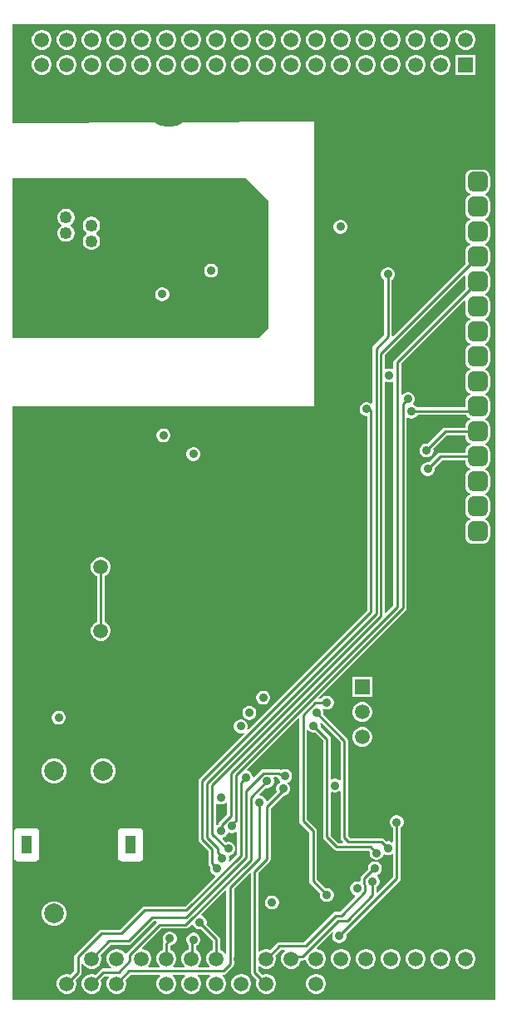
<source format=gtl>
G04*
G04 #@! TF.GenerationSoftware,Altium Limited,Altium Designer,22.4.2 (48)*
G04*
G04 Layer_Physical_Order=1*
G04 Layer_Color=255*
%FSLAX25Y25*%
%MOIN*%
G70*
G04*
G04 #@! TF.SameCoordinates,5D1A3173-D847-458D-9732-A4640AA2F51D*
G04*
G04*
G04 #@! TF.FilePolarity,Positive*
G04*
G01*
G75*
%ADD21C,0.00984*%
%ADD22C,0.01575*%
%ADD23C,0.02756*%
%ADD24C,0.07874*%
%ADD25C,0.17717*%
G04:AMPARAMS|DCode=26|XSize=78.74mil|YSize=78.74mil|CornerRadius=19.68mil|HoleSize=0mil|Usage=FLASHONLY|Rotation=270.000|XOffset=0mil|YOffset=0mil|HoleType=Round|Shape=RoundedRectangle|*
%AMROUNDEDRECTD26*
21,1,0.07874,0.03937,0,0,270.0*
21,1,0.03937,0.07874,0,0,270.0*
1,1,0.03937,-0.01968,-0.01968*
1,1,0.03937,-0.01968,0.01968*
1,1,0.03937,0.01968,0.01968*
1,1,0.03937,0.01968,-0.01968*
%
%ADD26ROUNDEDRECTD26*%
%ADD27C,0.19685*%
%ADD28C,0.05906*%
%ADD29R,0.05906X0.05906*%
%ADD30C,0.04921*%
%ADD31O,0.15354X0.05512*%
%ADD32R,0.05906X0.05906*%
%ADD33C,0.03543*%
G36*
X104248Y-72248D02*
Y-123248D01*
X100248Y-127248D01*
X1529D01*
Y-63248D01*
X95248D01*
X104248Y-72248D01*
D02*
G37*
G36*
X195321Y-392171D02*
X1529D01*
Y-154748D01*
X122748D01*
Y-40748D01*
X1884Y-41241D01*
X1529Y-40889D01*
Y-1529D01*
X195321D01*
Y-392171D01*
D02*
G37*
%LPC*%
G36*
X23538Y-75532D02*
X22627D01*
X21747Y-75767D01*
X20958Y-76223D01*
X20313Y-76867D01*
X19858Y-77656D01*
X19622Y-78536D01*
Y-79448D01*
X19858Y-80328D01*
X20313Y-81117D01*
X20958Y-81761D01*
X21184Y-81892D01*
Y-82392D01*
X20958Y-82522D01*
X20313Y-83166D01*
X19858Y-83956D01*
X19622Y-84836D01*
Y-85747D01*
X19858Y-86627D01*
X20313Y-87416D01*
X20958Y-88060D01*
X21747Y-88516D01*
X22627Y-88752D01*
X23538D01*
X24418Y-88516D01*
X25208Y-88060D01*
X25852Y-87416D01*
X26307Y-86627D01*
X26543Y-85747D01*
Y-84836D01*
X26307Y-83956D01*
X25852Y-83166D01*
X25208Y-82522D01*
X24982Y-82392D01*
Y-81892D01*
X25208Y-81761D01*
X25852Y-81117D01*
X26307Y-80328D01*
X26543Y-79448D01*
Y-78536D01*
X26307Y-77656D01*
X25852Y-76867D01*
X25208Y-76223D01*
X24418Y-75767D01*
X23538Y-75532D01*
D02*
G37*
G36*
X33775Y-78681D02*
X32863D01*
X31983Y-78917D01*
X31194Y-79373D01*
X30550Y-80017D01*
X30094Y-80806D01*
X29858Y-81686D01*
Y-82597D01*
X30094Y-83477D01*
X30550Y-84267D01*
X31194Y-84911D01*
X31420Y-85041D01*
Y-85541D01*
X31194Y-85672D01*
X30550Y-86316D01*
X30094Y-87105D01*
X29858Y-87985D01*
Y-88897D01*
X30094Y-89777D01*
X30550Y-90566D01*
X31194Y-91210D01*
X31983Y-91666D01*
X32863Y-91902D01*
X33775D01*
X34655Y-91666D01*
X35444Y-91210D01*
X36088Y-90566D01*
X36544Y-89777D01*
X36779Y-88897D01*
Y-87985D01*
X36544Y-87105D01*
X36088Y-86316D01*
X35444Y-85672D01*
X35218Y-85541D01*
Y-85041D01*
X35444Y-84911D01*
X36088Y-84267D01*
X36544Y-83477D01*
X36779Y-82597D01*
Y-81686D01*
X36544Y-80806D01*
X36088Y-80017D01*
X35444Y-79373D01*
X34655Y-78917D01*
X33775Y-78681D01*
D02*
G37*
G36*
X81758Y-97473D02*
X81028D01*
X80323Y-97662D01*
X79691Y-98027D01*
X79175Y-98543D01*
X78810Y-99175D01*
X78621Y-99880D01*
Y-100610D01*
X78810Y-101315D01*
X79175Y-101947D01*
X79691Y-102463D01*
X80323Y-102828D01*
X81028Y-103016D01*
X81758D01*
X82463Y-102828D01*
X83095Y-102463D01*
X83611Y-101947D01*
X83976Y-101315D01*
X84165Y-100610D01*
Y-99880D01*
X83976Y-99175D01*
X83611Y-98543D01*
X83095Y-98027D01*
X82463Y-97662D01*
X81758Y-97473D01*
D02*
G37*
G36*
X62113Y-106976D02*
X61383D01*
X60678Y-107165D01*
X60046Y-107530D01*
X59530Y-108046D01*
X59165Y-108678D01*
X58976Y-109383D01*
Y-110113D01*
X59165Y-110818D01*
X59530Y-111450D01*
X60046Y-111966D01*
X60678Y-112331D01*
X61383Y-112520D01*
X62113D01*
X62818Y-112331D01*
X63450Y-111966D01*
X63966Y-111450D01*
X64331Y-110818D01*
X64520Y-110113D01*
Y-109383D01*
X64331Y-108678D01*
X63966Y-108046D01*
X63450Y-107530D01*
X62818Y-107165D01*
X62113Y-106976D01*
D02*
G37*
G36*
X183946Y-3921D02*
X182905D01*
X181899Y-4191D01*
X180998Y-4711D01*
X180262Y-5447D01*
X179742Y-6348D01*
X179472Y-7354D01*
Y-8394D01*
X179742Y-9400D01*
X180262Y-10301D01*
X180998Y-11037D01*
X181899Y-11557D01*
X182905Y-11827D01*
X183946D01*
X184951Y-11557D01*
X185852Y-11037D01*
X186588Y-10301D01*
X187109Y-9400D01*
X187378Y-8394D01*
Y-7354D01*
X187109Y-6348D01*
X186588Y-5447D01*
X185852Y-4711D01*
X184951Y-4191D01*
X183946Y-3921D01*
D02*
G37*
G36*
X173946D02*
X172905D01*
X171899Y-4191D01*
X170998Y-4711D01*
X170262Y-5447D01*
X169742Y-6348D01*
X169473Y-7354D01*
Y-8394D01*
X169742Y-9400D01*
X170262Y-10301D01*
X170998Y-11037D01*
X171899Y-11557D01*
X172905Y-11827D01*
X173946D01*
X174951Y-11557D01*
X175852Y-11037D01*
X176588Y-10301D01*
X177109Y-9400D01*
X177378Y-8394D01*
Y-7354D01*
X177109Y-6348D01*
X176588Y-5447D01*
X175852Y-4711D01*
X174951Y-4191D01*
X173946Y-3921D01*
D02*
G37*
G36*
X163946D02*
X162905D01*
X161899Y-4191D01*
X160998Y-4711D01*
X160262Y-5447D01*
X159742Y-6348D01*
X159473Y-7354D01*
Y-8394D01*
X159742Y-9400D01*
X160262Y-10301D01*
X160998Y-11037D01*
X161899Y-11557D01*
X162905Y-11827D01*
X163946D01*
X164951Y-11557D01*
X165852Y-11037D01*
X166588Y-10301D01*
X167109Y-9400D01*
X167378Y-8394D01*
Y-7354D01*
X167109Y-6348D01*
X166588Y-5447D01*
X165852Y-4711D01*
X164951Y-4191D01*
X163946Y-3921D01*
D02*
G37*
G36*
X153946D02*
X152905D01*
X151900Y-4191D01*
X150998Y-4711D01*
X150262Y-5447D01*
X149742Y-6348D01*
X149472Y-7354D01*
Y-8394D01*
X149742Y-9400D01*
X150262Y-10301D01*
X150998Y-11037D01*
X151900Y-11557D01*
X152905Y-11827D01*
X153946D01*
X154951Y-11557D01*
X155852Y-11037D01*
X156588Y-10301D01*
X157109Y-9400D01*
X157378Y-8394D01*
Y-7354D01*
X157109Y-6348D01*
X156588Y-5447D01*
X155852Y-4711D01*
X154951Y-4191D01*
X153946Y-3921D01*
D02*
G37*
G36*
X143946D02*
X142905D01*
X141900Y-4191D01*
X140998Y-4711D01*
X140262Y-5447D01*
X139742Y-6348D01*
X139472Y-7354D01*
Y-8394D01*
X139742Y-9400D01*
X140262Y-10301D01*
X140998Y-11037D01*
X141900Y-11557D01*
X142905Y-11827D01*
X143946D01*
X144951Y-11557D01*
X145852Y-11037D01*
X146588Y-10301D01*
X147109Y-9400D01*
X147378Y-8394D01*
Y-7354D01*
X147109Y-6348D01*
X146588Y-5447D01*
X145852Y-4711D01*
X144951Y-4191D01*
X143946Y-3921D01*
D02*
G37*
G36*
X133946D02*
X132905D01*
X131899Y-4191D01*
X130998Y-4711D01*
X130262Y-5447D01*
X129742Y-6348D01*
X129472Y-7354D01*
Y-8394D01*
X129742Y-9400D01*
X130262Y-10301D01*
X130998Y-11037D01*
X131899Y-11557D01*
X132905Y-11827D01*
X133946D01*
X134951Y-11557D01*
X135852Y-11037D01*
X136588Y-10301D01*
X137109Y-9400D01*
X137378Y-8394D01*
Y-7354D01*
X137109Y-6348D01*
X136588Y-5447D01*
X135852Y-4711D01*
X134951Y-4191D01*
X133946Y-3921D01*
D02*
G37*
G36*
X123946D02*
X122905D01*
X121899Y-4191D01*
X120998Y-4711D01*
X120262Y-5447D01*
X119742Y-6348D01*
X119473Y-7354D01*
Y-8394D01*
X119742Y-9400D01*
X120262Y-10301D01*
X120998Y-11037D01*
X121899Y-11557D01*
X122905Y-11827D01*
X123946D01*
X124951Y-11557D01*
X125852Y-11037D01*
X126588Y-10301D01*
X127109Y-9400D01*
X127378Y-8394D01*
Y-7354D01*
X127109Y-6348D01*
X126588Y-5447D01*
X125852Y-4711D01*
X124951Y-4191D01*
X123946Y-3921D01*
D02*
G37*
G36*
X113946D02*
X112905D01*
X111899Y-4191D01*
X110998Y-4711D01*
X110262Y-5447D01*
X109742Y-6348D01*
X109473Y-7354D01*
Y-8394D01*
X109742Y-9400D01*
X110262Y-10301D01*
X110998Y-11037D01*
X111899Y-11557D01*
X112905Y-11827D01*
X113946D01*
X114951Y-11557D01*
X115852Y-11037D01*
X116588Y-10301D01*
X117109Y-9400D01*
X117378Y-8394D01*
Y-7354D01*
X117109Y-6348D01*
X116588Y-5447D01*
X115852Y-4711D01*
X114951Y-4191D01*
X113946Y-3921D01*
D02*
G37*
G36*
X103946D02*
X102905D01*
X101900Y-4191D01*
X100998Y-4711D01*
X100262Y-5447D01*
X99742Y-6348D01*
X99472Y-7354D01*
Y-8394D01*
X99742Y-9400D01*
X100262Y-10301D01*
X100998Y-11037D01*
X101900Y-11557D01*
X102905Y-11827D01*
X103946D01*
X104951Y-11557D01*
X105852Y-11037D01*
X106588Y-10301D01*
X107109Y-9400D01*
X107378Y-8394D01*
Y-7354D01*
X107109Y-6348D01*
X106588Y-5447D01*
X105852Y-4711D01*
X104951Y-4191D01*
X103946Y-3921D01*
D02*
G37*
G36*
X93946D02*
X92905D01*
X91900Y-4191D01*
X90998Y-4711D01*
X90262Y-5447D01*
X89742Y-6348D01*
X89473Y-7354D01*
Y-8394D01*
X89742Y-9400D01*
X90262Y-10301D01*
X90998Y-11037D01*
X91900Y-11557D01*
X92905Y-11827D01*
X93946D01*
X94951Y-11557D01*
X95852Y-11037D01*
X96588Y-10301D01*
X97109Y-9400D01*
X97378Y-8394D01*
Y-7354D01*
X97109Y-6348D01*
X96588Y-5447D01*
X95852Y-4711D01*
X94951Y-4191D01*
X93946Y-3921D01*
D02*
G37*
G36*
X83946D02*
X82905D01*
X81899Y-4191D01*
X80998Y-4711D01*
X80262Y-5447D01*
X79742Y-6348D01*
X79473Y-7354D01*
Y-8394D01*
X79742Y-9400D01*
X80262Y-10301D01*
X80998Y-11037D01*
X81899Y-11557D01*
X82905Y-11827D01*
X83946D01*
X84951Y-11557D01*
X85852Y-11037D01*
X86588Y-10301D01*
X87109Y-9400D01*
X87378Y-8394D01*
Y-7354D01*
X87109Y-6348D01*
X86588Y-5447D01*
X85852Y-4711D01*
X84951Y-4191D01*
X83946Y-3921D01*
D02*
G37*
G36*
X73946D02*
X72905D01*
X71899Y-4191D01*
X70998Y-4711D01*
X70262Y-5447D01*
X69742Y-6348D01*
X69472Y-7354D01*
Y-8394D01*
X69742Y-9400D01*
X70262Y-10301D01*
X70998Y-11037D01*
X71899Y-11557D01*
X72905Y-11827D01*
X73946D01*
X74951Y-11557D01*
X75852Y-11037D01*
X76588Y-10301D01*
X77109Y-9400D01*
X77378Y-8394D01*
Y-7354D01*
X77109Y-6348D01*
X76588Y-5447D01*
X75852Y-4711D01*
X74951Y-4191D01*
X73946Y-3921D01*
D02*
G37*
G36*
X63946D02*
X62905D01*
X61900Y-4191D01*
X60998Y-4711D01*
X60262Y-5447D01*
X59742Y-6348D01*
X59473Y-7354D01*
Y-8394D01*
X59742Y-9400D01*
X60262Y-10301D01*
X60998Y-11037D01*
X61900Y-11557D01*
X62905Y-11827D01*
X63946D01*
X64951Y-11557D01*
X65852Y-11037D01*
X66588Y-10301D01*
X67109Y-9400D01*
X67378Y-8394D01*
Y-7354D01*
X67109Y-6348D01*
X66588Y-5447D01*
X65852Y-4711D01*
X64951Y-4191D01*
X63946Y-3921D01*
D02*
G37*
G36*
X53946D02*
X52905D01*
X51899Y-4191D01*
X50998Y-4711D01*
X50262Y-5447D01*
X49742Y-6348D01*
X49472Y-7354D01*
Y-8394D01*
X49742Y-9400D01*
X50262Y-10301D01*
X50998Y-11037D01*
X51899Y-11557D01*
X52905Y-11827D01*
X53946D01*
X54951Y-11557D01*
X55852Y-11037D01*
X56588Y-10301D01*
X57109Y-9400D01*
X57378Y-8394D01*
Y-7354D01*
X57109Y-6348D01*
X56588Y-5447D01*
X55852Y-4711D01*
X54951Y-4191D01*
X53946Y-3921D01*
D02*
G37*
G36*
X43946D02*
X42905D01*
X41899Y-4191D01*
X40998Y-4711D01*
X40262Y-5447D01*
X39742Y-6348D01*
X39472Y-7354D01*
Y-8394D01*
X39742Y-9400D01*
X40262Y-10301D01*
X40998Y-11037D01*
X41899Y-11557D01*
X42905Y-11827D01*
X43946D01*
X44951Y-11557D01*
X45852Y-11037D01*
X46588Y-10301D01*
X47109Y-9400D01*
X47378Y-8394D01*
Y-7354D01*
X47109Y-6348D01*
X46588Y-5447D01*
X45852Y-4711D01*
X44951Y-4191D01*
X43946Y-3921D01*
D02*
G37*
G36*
X33946D02*
X32905D01*
X31899Y-4191D01*
X30998Y-4711D01*
X30262Y-5447D01*
X29742Y-6348D01*
X29472Y-7354D01*
Y-8394D01*
X29742Y-9400D01*
X30262Y-10301D01*
X30998Y-11037D01*
X31899Y-11557D01*
X32905Y-11827D01*
X33946D01*
X34951Y-11557D01*
X35852Y-11037D01*
X36588Y-10301D01*
X37109Y-9400D01*
X37378Y-8394D01*
Y-7354D01*
X37109Y-6348D01*
X36588Y-5447D01*
X35852Y-4711D01*
X34951Y-4191D01*
X33946Y-3921D01*
D02*
G37*
G36*
X23946D02*
X22905D01*
X21900Y-4191D01*
X20998Y-4711D01*
X20262Y-5447D01*
X19742Y-6348D01*
X19473Y-7354D01*
Y-8394D01*
X19742Y-9400D01*
X20262Y-10301D01*
X20998Y-11037D01*
X21900Y-11557D01*
X22905Y-11827D01*
X23946D01*
X24951Y-11557D01*
X25852Y-11037D01*
X26588Y-10301D01*
X27109Y-9400D01*
X27378Y-8394D01*
Y-7354D01*
X27109Y-6348D01*
X26588Y-5447D01*
X25852Y-4711D01*
X24951Y-4191D01*
X23946Y-3921D01*
D02*
G37*
G36*
X13946D02*
X12905D01*
X11900Y-4191D01*
X10998Y-4711D01*
X10262Y-5447D01*
X9742Y-6348D01*
X9472Y-7354D01*
Y-8394D01*
X9742Y-9400D01*
X10262Y-10301D01*
X10998Y-11037D01*
X11900Y-11557D01*
X12905Y-11827D01*
X13946D01*
X14951Y-11557D01*
X15852Y-11037D01*
X16588Y-10301D01*
X17109Y-9400D01*
X17378Y-8394D01*
Y-7354D01*
X17109Y-6348D01*
X16588Y-5447D01*
X15852Y-4711D01*
X14951Y-4191D01*
X13946Y-3921D01*
D02*
G37*
G36*
X187378Y-13921D02*
X179472D01*
Y-21827D01*
X187378D01*
Y-13921D01*
D02*
G37*
G36*
X173946D02*
X172905D01*
X171899Y-14191D01*
X170998Y-14711D01*
X170262Y-15447D01*
X169742Y-16348D01*
X169473Y-17354D01*
Y-18394D01*
X169742Y-19400D01*
X170262Y-20301D01*
X170998Y-21037D01*
X171899Y-21557D01*
X172905Y-21827D01*
X173946D01*
X174951Y-21557D01*
X175852Y-21037D01*
X176588Y-20301D01*
X177109Y-19400D01*
X177378Y-18394D01*
Y-17354D01*
X177109Y-16348D01*
X176588Y-15447D01*
X175852Y-14711D01*
X174951Y-14191D01*
X173946Y-13921D01*
D02*
G37*
G36*
X163946D02*
X162905D01*
X161899Y-14191D01*
X160998Y-14711D01*
X160262Y-15447D01*
X159742Y-16348D01*
X159473Y-17354D01*
Y-18394D01*
X159742Y-19400D01*
X160262Y-20301D01*
X160998Y-21037D01*
X161899Y-21557D01*
X162905Y-21827D01*
X163946D01*
X164951Y-21557D01*
X165852Y-21037D01*
X166588Y-20301D01*
X167109Y-19400D01*
X167378Y-18394D01*
Y-17354D01*
X167109Y-16348D01*
X166588Y-15447D01*
X165852Y-14711D01*
X164951Y-14191D01*
X163946Y-13921D01*
D02*
G37*
G36*
X153946D02*
X152905D01*
X151900Y-14191D01*
X150998Y-14711D01*
X150262Y-15447D01*
X149742Y-16348D01*
X149472Y-17354D01*
Y-18394D01*
X149742Y-19400D01*
X150262Y-20301D01*
X150998Y-21037D01*
X151900Y-21557D01*
X152905Y-21827D01*
X153946D01*
X154951Y-21557D01*
X155852Y-21037D01*
X156588Y-20301D01*
X157109Y-19400D01*
X157378Y-18394D01*
Y-17354D01*
X157109Y-16348D01*
X156588Y-15447D01*
X155852Y-14711D01*
X154951Y-14191D01*
X153946Y-13921D01*
D02*
G37*
G36*
X143946D02*
X142905D01*
X141900Y-14191D01*
X140998Y-14711D01*
X140262Y-15447D01*
X139742Y-16348D01*
X139472Y-17354D01*
Y-18394D01*
X139742Y-19400D01*
X140262Y-20301D01*
X140998Y-21037D01*
X141900Y-21557D01*
X142905Y-21827D01*
X143946D01*
X144951Y-21557D01*
X145852Y-21037D01*
X146588Y-20301D01*
X147109Y-19400D01*
X147378Y-18394D01*
Y-17354D01*
X147109Y-16348D01*
X146588Y-15447D01*
X145852Y-14711D01*
X144951Y-14191D01*
X143946Y-13921D01*
D02*
G37*
G36*
X133946D02*
X132905D01*
X131899Y-14191D01*
X130998Y-14711D01*
X130262Y-15447D01*
X129742Y-16348D01*
X129472Y-17354D01*
Y-18394D01*
X129742Y-19400D01*
X130262Y-20301D01*
X130998Y-21037D01*
X131899Y-21557D01*
X132905Y-21827D01*
X133946D01*
X134951Y-21557D01*
X135852Y-21037D01*
X136588Y-20301D01*
X137109Y-19400D01*
X137378Y-18394D01*
Y-17354D01*
X137109Y-16348D01*
X136588Y-15447D01*
X135852Y-14711D01*
X134951Y-14191D01*
X133946Y-13921D01*
D02*
G37*
G36*
X123946D02*
X122905D01*
X121899Y-14191D01*
X120998Y-14711D01*
X120262Y-15447D01*
X119742Y-16348D01*
X119473Y-17354D01*
Y-18394D01*
X119742Y-19400D01*
X120262Y-20301D01*
X120998Y-21037D01*
X121899Y-21557D01*
X122905Y-21827D01*
X123946D01*
X124951Y-21557D01*
X125852Y-21037D01*
X126588Y-20301D01*
X127109Y-19400D01*
X127378Y-18394D01*
Y-17354D01*
X127109Y-16348D01*
X126588Y-15447D01*
X125852Y-14711D01*
X124951Y-14191D01*
X123946Y-13921D01*
D02*
G37*
G36*
X113946D02*
X112905D01*
X111899Y-14191D01*
X110998Y-14711D01*
X110262Y-15447D01*
X109742Y-16348D01*
X109473Y-17354D01*
Y-18394D01*
X109742Y-19400D01*
X110262Y-20301D01*
X110998Y-21037D01*
X111899Y-21557D01*
X112905Y-21827D01*
X113946D01*
X114951Y-21557D01*
X115852Y-21037D01*
X116588Y-20301D01*
X117109Y-19400D01*
X117378Y-18394D01*
Y-17354D01*
X117109Y-16348D01*
X116588Y-15447D01*
X115852Y-14711D01*
X114951Y-14191D01*
X113946Y-13921D01*
D02*
G37*
G36*
X103946D02*
X102905D01*
X101900Y-14191D01*
X100998Y-14711D01*
X100262Y-15447D01*
X99742Y-16348D01*
X99472Y-17354D01*
Y-18394D01*
X99742Y-19400D01*
X100262Y-20301D01*
X100998Y-21037D01*
X101900Y-21557D01*
X102905Y-21827D01*
X103946D01*
X104951Y-21557D01*
X105852Y-21037D01*
X106588Y-20301D01*
X107109Y-19400D01*
X107378Y-18394D01*
Y-17354D01*
X107109Y-16348D01*
X106588Y-15447D01*
X105852Y-14711D01*
X104951Y-14191D01*
X103946Y-13921D01*
D02*
G37*
G36*
X93946D02*
X92905D01*
X91900Y-14191D01*
X90998Y-14711D01*
X90262Y-15447D01*
X89742Y-16348D01*
X89473Y-17354D01*
Y-18394D01*
X89742Y-19400D01*
X90262Y-20301D01*
X90998Y-21037D01*
X91900Y-21557D01*
X92905Y-21827D01*
X93946D01*
X94951Y-21557D01*
X95852Y-21037D01*
X96588Y-20301D01*
X97109Y-19400D01*
X97378Y-18394D01*
Y-17354D01*
X97109Y-16348D01*
X96588Y-15447D01*
X95852Y-14711D01*
X94951Y-14191D01*
X93946Y-13921D01*
D02*
G37*
G36*
X83946D02*
X82905D01*
X81899Y-14191D01*
X80998Y-14711D01*
X80262Y-15447D01*
X79742Y-16348D01*
X79473Y-17354D01*
Y-18394D01*
X79742Y-19400D01*
X80262Y-20301D01*
X80998Y-21037D01*
X81899Y-21557D01*
X82905Y-21827D01*
X83946D01*
X84951Y-21557D01*
X85852Y-21037D01*
X86588Y-20301D01*
X87109Y-19400D01*
X87378Y-18394D01*
Y-17354D01*
X87109Y-16348D01*
X86588Y-15447D01*
X85852Y-14711D01*
X84951Y-14191D01*
X83946Y-13921D01*
D02*
G37*
G36*
X73946D02*
X72905D01*
X71899Y-14191D01*
X70998Y-14711D01*
X70262Y-15447D01*
X69742Y-16348D01*
X69472Y-17354D01*
Y-18394D01*
X69742Y-19400D01*
X70262Y-20301D01*
X70998Y-21037D01*
X71899Y-21557D01*
X72905Y-21827D01*
X73946D01*
X74951Y-21557D01*
X75852Y-21037D01*
X76588Y-20301D01*
X77109Y-19400D01*
X77378Y-18394D01*
Y-17354D01*
X77109Y-16348D01*
X76588Y-15447D01*
X75852Y-14711D01*
X74951Y-14191D01*
X73946Y-13921D01*
D02*
G37*
G36*
X63946D02*
X62905D01*
X61900Y-14191D01*
X60998Y-14711D01*
X60262Y-15447D01*
X59742Y-16348D01*
X59473Y-17354D01*
Y-18394D01*
X59742Y-19400D01*
X60262Y-20301D01*
X60998Y-21037D01*
X61900Y-21557D01*
X62905Y-21827D01*
X63946D01*
X64951Y-21557D01*
X65852Y-21037D01*
X66588Y-20301D01*
X67109Y-19400D01*
X67378Y-18394D01*
Y-17354D01*
X67109Y-16348D01*
X66588Y-15447D01*
X65852Y-14711D01*
X64951Y-14191D01*
X63946Y-13921D01*
D02*
G37*
G36*
X53946D02*
X52905D01*
X51899Y-14191D01*
X50998Y-14711D01*
X50262Y-15447D01*
X49742Y-16348D01*
X49472Y-17354D01*
Y-18394D01*
X49742Y-19400D01*
X50262Y-20301D01*
X50998Y-21037D01*
X51899Y-21557D01*
X52905Y-21827D01*
X53946D01*
X54951Y-21557D01*
X55852Y-21037D01*
X56588Y-20301D01*
X57109Y-19400D01*
X57378Y-18394D01*
Y-17354D01*
X57109Y-16348D01*
X56588Y-15447D01*
X55852Y-14711D01*
X54951Y-14191D01*
X53946Y-13921D01*
D02*
G37*
G36*
X43946D02*
X42905D01*
X41899Y-14191D01*
X40998Y-14711D01*
X40262Y-15447D01*
X39742Y-16348D01*
X39472Y-17354D01*
Y-18394D01*
X39742Y-19400D01*
X40262Y-20301D01*
X40998Y-21037D01*
X41899Y-21557D01*
X42905Y-21827D01*
X43946D01*
X44951Y-21557D01*
X45852Y-21037D01*
X46588Y-20301D01*
X47109Y-19400D01*
X47378Y-18394D01*
Y-17354D01*
X47109Y-16348D01*
X46588Y-15447D01*
X45852Y-14711D01*
X44951Y-14191D01*
X43946Y-13921D01*
D02*
G37*
G36*
X33946D02*
X32905D01*
X31899Y-14191D01*
X30998Y-14711D01*
X30262Y-15447D01*
X29742Y-16348D01*
X29472Y-17354D01*
Y-18394D01*
X29742Y-19400D01*
X30262Y-20301D01*
X30998Y-21037D01*
X31899Y-21557D01*
X32905Y-21827D01*
X33946D01*
X34951Y-21557D01*
X35852Y-21037D01*
X36588Y-20301D01*
X37109Y-19400D01*
X37378Y-18394D01*
Y-17354D01*
X37109Y-16348D01*
X36588Y-15447D01*
X35852Y-14711D01*
X34951Y-14191D01*
X33946Y-13921D01*
D02*
G37*
G36*
X23946D02*
X22905D01*
X21900Y-14191D01*
X20998Y-14711D01*
X20262Y-15447D01*
X19742Y-16348D01*
X19473Y-17354D01*
Y-18394D01*
X19742Y-19400D01*
X20262Y-20301D01*
X20998Y-21037D01*
X21900Y-21557D01*
X22905Y-21827D01*
X23946D01*
X24951Y-21557D01*
X25852Y-21037D01*
X26588Y-20301D01*
X27109Y-19400D01*
X27378Y-18394D01*
Y-17354D01*
X27109Y-16348D01*
X26588Y-15447D01*
X25852Y-14711D01*
X24951Y-14191D01*
X23946Y-13921D01*
D02*
G37*
G36*
X13946D02*
X12905D01*
X11900Y-14191D01*
X10998Y-14711D01*
X10262Y-15447D01*
X9742Y-16348D01*
X9472Y-17354D01*
Y-18394D01*
X9742Y-19400D01*
X10262Y-20301D01*
X10998Y-21037D01*
X11900Y-21557D01*
X12905Y-21827D01*
X13946D01*
X14951Y-21557D01*
X15852Y-21037D01*
X16588Y-20301D01*
X17109Y-19400D01*
X17378Y-18394D01*
Y-17354D01*
X17109Y-16348D01*
X16588Y-15447D01*
X15852Y-14711D01*
X14951Y-14191D01*
X13946Y-13921D01*
D02*
G37*
G36*
X133613Y-79976D02*
X132883D01*
X132178Y-80165D01*
X131546Y-80530D01*
X131030Y-81046D01*
X130665Y-81678D01*
X130476Y-82383D01*
Y-83113D01*
X130665Y-83818D01*
X131030Y-84450D01*
X131546Y-84966D01*
X132178Y-85331D01*
X132883Y-85520D01*
X133613D01*
X134318Y-85331D01*
X134950Y-84966D01*
X135466Y-84450D01*
X135831Y-83818D01*
X136020Y-83113D01*
Y-82383D01*
X135831Y-81678D01*
X135466Y-81046D01*
X134950Y-80530D01*
X134318Y-80165D01*
X133613Y-79976D01*
D02*
G37*
G36*
X190217Y-59785D02*
X186279D01*
X185505Y-59887D01*
X184783Y-60186D01*
X184162Y-60662D01*
X183686Y-61282D01*
X183387Y-62005D01*
X183285Y-62779D01*
Y-66716D01*
X183387Y-67492D01*
X183686Y-68214D01*
X184162Y-68834D01*
X184783Y-69310D01*
X185188Y-69477D01*
Y-70019D01*
X184783Y-70187D01*
X184162Y-70662D01*
X183686Y-71283D01*
X183387Y-72005D01*
X183285Y-72780D01*
Y-76717D01*
X183387Y-77491D01*
X183686Y-78214D01*
X184162Y-78834D01*
X184783Y-79309D01*
X185188Y-79477D01*
Y-80019D01*
X184783Y-80186D01*
X184162Y-80662D01*
X183686Y-81283D01*
X183387Y-82005D01*
X183285Y-82780D01*
Y-86717D01*
X183387Y-87492D01*
X183686Y-88214D01*
X184162Y-88834D01*
X184783Y-89310D01*
X185188Y-89477D01*
Y-90019D01*
X184783Y-90187D01*
X184162Y-90662D01*
X183686Y-91282D01*
X183387Y-92005D01*
X183285Y-92779D01*
Y-96716D01*
X183383Y-97461D01*
X154269Y-126575D01*
X153769Y-126368D01*
Y-104070D01*
X153950Y-103966D01*
X154466Y-103450D01*
X154831Y-102818D01*
X155020Y-102113D01*
Y-101383D01*
X154831Y-100678D01*
X154466Y-100046D01*
X153950Y-99530D01*
X153318Y-99165D01*
X152613Y-98976D01*
X151883D01*
X151178Y-99165D01*
X150546Y-99530D01*
X150030Y-100046D01*
X149665Y-100678D01*
X149476Y-101383D01*
Y-102113D01*
X149665Y-102818D01*
X150030Y-103450D01*
X150546Y-103966D01*
X150727Y-104070D01*
Y-126118D01*
X146456Y-130389D01*
X146126Y-130882D01*
X146010Y-131465D01*
Y-153383D01*
X145510Y-153590D01*
X145450Y-153530D01*
X144818Y-153165D01*
X144113Y-152976D01*
X143383D01*
X142678Y-153165D01*
X142046Y-153530D01*
X141530Y-154046D01*
X141165Y-154678D01*
X140976Y-155383D01*
Y-156113D01*
X141165Y-156818D01*
X141530Y-157450D01*
X142046Y-157966D01*
X142678Y-158331D01*
X143383Y-158520D01*
X143862D01*
Y-236470D01*
X96264Y-284068D01*
X95831Y-283818D01*
X96020Y-283113D01*
Y-282383D01*
X95831Y-281678D01*
X95466Y-281046D01*
X94950Y-280530D01*
X94318Y-280165D01*
X93613Y-279976D01*
X92883D01*
X92178Y-280165D01*
X91546Y-280530D01*
X91030Y-281046D01*
X90665Y-281678D01*
X90476Y-282383D01*
Y-283113D01*
X90665Y-283818D01*
X91030Y-284450D01*
X91546Y-284966D01*
X92178Y-285331D01*
X92883Y-285520D01*
X93613D01*
X94318Y-285331D01*
X94568Y-285764D01*
X76735Y-303596D01*
X76406Y-304090D01*
X76290Y-304672D01*
Y-328095D01*
X76406Y-328677D01*
X76735Y-329171D01*
X80227Y-332662D01*
Y-337748D01*
X80343Y-338330D01*
X80672Y-338824D01*
X80903Y-339055D01*
X80849Y-339256D01*
Y-339986D01*
X81038Y-340691D01*
X81403Y-341323D01*
X81919Y-341839D01*
X82551Y-342203D01*
X82726Y-342250D01*
X82875Y-342808D01*
X70885Y-354798D01*
X54676D01*
X54094Y-354914D01*
X53601Y-355244D01*
X53601Y-355244D01*
X44701Y-364143D01*
X37324D01*
X37324Y-364143D01*
X36741Y-364259D01*
X36248Y-364589D01*
X26903Y-373934D01*
X26573Y-374427D01*
X26457Y-375009D01*
Y-380643D01*
X24955Y-382146D01*
X24951Y-382143D01*
X23946Y-381874D01*
X22905D01*
X21900Y-382143D01*
X20998Y-382664D01*
X20262Y-383400D01*
X19742Y-384301D01*
X19473Y-385306D01*
Y-386347D01*
X19742Y-387352D01*
X20262Y-388254D01*
X20998Y-388990D01*
X21900Y-389510D01*
X22905Y-389779D01*
X23946D01*
X24951Y-389510D01*
X25852Y-388990D01*
X26588Y-388254D01*
X27109Y-387352D01*
X27378Y-386347D01*
Y-385306D01*
X27109Y-384301D01*
X27106Y-384297D01*
X29054Y-382349D01*
X29384Y-381856D01*
X29500Y-381273D01*
Y-377934D01*
X30000Y-377800D01*
X30262Y-378254D01*
X30998Y-378990D01*
X31899Y-379510D01*
X32905Y-379780D01*
X33946D01*
X34951Y-379510D01*
X35852Y-378990D01*
X36588Y-378254D01*
X37109Y-377352D01*
X37378Y-376347D01*
Y-375306D01*
X37109Y-374301D01*
X37106Y-374297D01*
X41134Y-370269D01*
X48248D01*
X48830Y-370154D01*
X49324Y-369824D01*
X58378Y-360769D01*
X59378D01*
X59463Y-360889D01*
X59567Y-361269D01*
X47672Y-373164D01*
X47343Y-373658D01*
X47335Y-373694D01*
X46808Y-373781D01*
X46588Y-373400D01*
X45852Y-372664D01*
X44951Y-372143D01*
X43946Y-371874D01*
X42905D01*
X41899Y-372143D01*
X40998Y-372664D01*
X40262Y-373400D01*
X39742Y-374301D01*
X39472Y-375306D01*
Y-376347D01*
X39742Y-377352D01*
X40262Y-378254D01*
X40998Y-378990D01*
X41452Y-379252D01*
X41318Y-379752D01*
X37979D01*
X37396Y-379868D01*
X36903Y-380198D01*
X34955Y-382146D01*
X34951Y-382143D01*
X33946Y-381874D01*
X32905D01*
X31899Y-382143D01*
X30998Y-382664D01*
X30262Y-383400D01*
X29742Y-384301D01*
X29472Y-385306D01*
Y-386347D01*
X29742Y-387352D01*
X30262Y-388254D01*
X30998Y-388990D01*
X31899Y-389510D01*
X32905Y-389779D01*
X33946D01*
X34951Y-389510D01*
X35852Y-388990D01*
X36588Y-388254D01*
X37109Y-387352D01*
X37378Y-386347D01*
Y-385306D01*
X37109Y-384301D01*
X37106Y-384297D01*
X38609Y-382795D01*
X40214D01*
X40405Y-383257D01*
X40262Y-383400D01*
X39742Y-384301D01*
X39472Y-385306D01*
Y-386347D01*
X39742Y-387352D01*
X40262Y-388254D01*
X40998Y-388990D01*
X41899Y-389510D01*
X42905Y-389779D01*
X43946D01*
X44951Y-389510D01*
X45852Y-388990D01*
X46588Y-388254D01*
X47109Y-387352D01*
X47378Y-386347D01*
Y-385306D01*
X47109Y-384301D01*
X47106Y-384297D01*
X49134Y-382269D01*
X60743D01*
X60893Y-382769D01*
X60262Y-383400D01*
X59742Y-384301D01*
X59473Y-385306D01*
Y-386347D01*
X59742Y-387352D01*
X60262Y-388254D01*
X60998Y-388990D01*
X61900Y-389510D01*
X62905Y-389779D01*
X63946D01*
X64951Y-389510D01*
X65852Y-388990D01*
X66588Y-388254D01*
X67109Y-387352D01*
X67378Y-386347D01*
Y-385306D01*
X67109Y-384301D01*
X66588Y-383400D01*
X65958Y-382769D01*
X66107Y-382269D01*
X70743D01*
X70893Y-382769D01*
X70262Y-383400D01*
X69742Y-384301D01*
X69472Y-385306D01*
Y-386347D01*
X69742Y-387352D01*
X70262Y-388254D01*
X70998Y-388990D01*
X71899Y-389510D01*
X72905Y-389779D01*
X73946D01*
X74951Y-389510D01*
X75852Y-388990D01*
X76588Y-388254D01*
X77109Y-387352D01*
X77378Y-386347D01*
Y-385306D01*
X77109Y-384301D01*
X76588Y-383400D01*
X75958Y-382769D01*
X76107Y-382269D01*
X80743D01*
X80893Y-382769D01*
X80262Y-383400D01*
X79742Y-384301D01*
X79473Y-385306D01*
Y-386347D01*
X79742Y-387352D01*
X80262Y-388254D01*
X80998Y-388990D01*
X81899Y-389510D01*
X82905Y-389779D01*
X83946D01*
X84951Y-389510D01*
X85852Y-388990D01*
X86588Y-388254D01*
X87109Y-387352D01*
X87378Y-386347D01*
Y-385306D01*
X87109Y-384301D01*
X86588Y-383400D01*
X85958Y-382769D01*
X86107Y-382269D01*
X86248D01*
X86830Y-382154D01*
X87324Y-381824D01*
X90072Y-379076D01*
X90072Y-379076D01*
X90402Y-378582D01*
X90517Y-378000D01*
X90517Y-378000D01*
Y-347821D01*
X96765Y-341573D01*
X97227Y-341765D01*
Y-381150D01*
X97342Y-381732D01*
X97672Y-382225D01*
X99744Y-384297D01*
X99742Y-384301D01*
X99472Y-385306D01*
Y-386347D01*
X99742Y-387352D01*
X100262Y-388254D01*
X100998Y-388990D01*
X101900Y-389510D01*
X102905Y-389779D01*
X103946D01*
X104951Y-389510D01*
X105852Y-388990D01*
X106588Y-388254D01*
X107109Y-387352D01*
X107378Y-386347D01*
Y-385306D01*
X107109Y-384301D01*
X106588Y-383400D01*
X105852Y-382664D01*
X104951Y-382143D01*
X103946Y-381874D01*
X102905D01*
X101900Y-382143D01*
X101896Y-382146D01*
X100269Y-380519D01*
Y-378914D01*
X100731Y-378723D01*
X100998Y-378990D01*
X101900Y-379510D01*
X102905Y-379780D01*
X103946D01*
X104951Y-379510D01*
X105852Y-378990D01*
X106588Y-378254D01*
X107109Y-377352D01*
X107378Y-376347D01*
Y-375306D01*
X107179Y-374562D01*
X109472Y-372269D01*
X110743D01*
X110893Y-372769D01*
X110262Y-373400D01*
X109742Y-374301D01*
X109473Y-375306D01*
Y-376347D01*
X109742Y-377352D01*
X110262Y-378254D01*
X110998Y-378990D01*
X111899Y-379510D01*
X112905Y-379780D01*
X113946D01*
X114951Y-379510D01*
X115852Y-378990D01*
X116588Y-378254D01*
X117109Y-377352D01*
X117349Y-376457D01*
X117854D01*
X118437Y-376341D01*
X118930Y-376011D01*
X119010Y-375931D01*
X119473Y-376122D01*
Y-376347D01*
X119742Y-377352D01*
X120262Y-378254D01*
X120998Y-378990D01*
X121899Y-379510D01*
X122905Y-379780D01*
X123946D01*
X124951Y-379510D01*
X125852Y-378990D01*
X126588Y-378254D01*
X127109Y-377352D01*
X127378Y-376347D01*
Y-375306D01*
X127109Y-374301D01*
X126588Y-373400D01*
X125852Y-372664D01*
X124951Y-372143D01*
X123946Y-371874D01*
X123721D01*
X123529Y-371412D01*
X130032Y-364910D01*
X130432Y-365217D01*
X130165Y-365678D01*
X129976Y-366383D01*
Y-367113D01*
X130165Y-367818D01*
X130530Y-368450D01*
X131046Y-368966D01*
X131678Y-369331D01*
X132383Y-369520D01*
X133113D01*
X133818Y-369331D01*
X134450Y-368966D01*
X134966Y-368450D01*
X135331Y-367818D01*
X135520Y-367113D01*
Y-366383D01*
X135466Y-366182D01*
X156868Y-344779D01*
X156868Y-344779D01*
X157198Y-344286D01*
X157314Y-343704D01*
Y-323432D01*
X157494Y-323328D01*
X158010Y-322812D01*
X158375Y-322180D01*
X158564Y-321475D01*
Y-320745D01*
X158375Y-320040D01*
X158010Y-319408D01*
X157494Y-318892D01*
X156862Y-318528D01*
X156157Y-318339D01*
X155428D01*
X154723Y-318528D01*
X154091Y-318892D01*
X153575Y-319408D01*
X153210Y-320040D01*
X153021Y-320745D01*
Y-321475D01*
X153210Y-322180D01*
X153575Y-322812D01*
X154091Y-323328D01*
X154271Y-323432D01*
Y-329021D01*
X153771Y-329238D01*
X153290Y-328960D01*
X152585Y-328772D01*
X151856D01*
X151654Y-328826D01*
X150753Y-327924D01*
X150259Y-327594D01*
X149677Y-327479D01*
X137130D01*
X136269Y-326618D01*
Y-288441D01*
X136154Y-287859D01*
X135824Y-287365D01*
X126369Y-277911D01*
X126423Y-277709D01*
Y-276980D01*
X126234Y-276275D01*
X126128Y-276091D01*
X126494Y-275725D01*
X126678Y-275831D01*
X127383Y-276020D01*
X128113D01*
X128818Y-275831D01*
X129450Y-275466D01*
X129966Y-274950D01*
X130331Y-274318D01*
X130520Y-273613D01*
Y-272883D01*
X130331Y-272178D01*
X129966Y-271546D01*
X129450Y-271030D01*
X128818Y-270665D01*
X128113Y-270476D01*
X127383D01*
X126678Y-270665D01*
X126046Y-271030D01*
X125530Y-271546D01*
X125426Y-271727D01*
X124697D01*
X124506Y-271265D01*
X159324Y-236446D01*
X159654Y-235953D01*
X159769Y-235371D01*
Y-159364D01*
X160269Y-159095D01*
X160678Y-159331D01*
X161383Y-159520D01*
X162113D01*
X162818Y-159331D01*
X163450Y-158966D01*
X163966Y-158450D01*
X164221Y-158008D01*
X183601D01*
X183686Y-158214D01*
X184162Y-158834D01*
X184783Y-159309D01*
X185188Y-159477D01*
Y-160019D01*
X184783Y-160187D01*
X184162Y-160662D01*
X183686Y-161283D01*
X183387Y-162005D01*
X183285Y-162779D01*
Y-163227D01*
X175248D01*
X174666Y-163342D01*
X174172Y-163672D01*
X168314Y-169530D01*
X168113Y-169476D01*
X167383D01*
X166678Y-169665D01*
X166046Y-170030D01*
X165530Y-170546D01*
X165165Y-171178D01*
X164976Y-171883D01*
Y-172613D01*
X165165Y-173318D01*
X165530Y-173950D01*
X166046Y-174466D01*
X166678Y-174831D01*
X167383Y-175020D01*
X168113D01*
X168818Y-174831D01*
X169450Y-174466D01*
X169966Y-173950D01*
X170331Y-173318D01*
X170520Y-172613D01*
Y-171883D01*
X170466Y-171682D01*
X175878Y-166269D01*
X183285D01*
Y-166717D01*
X183387Y-167491D01*
X183686Y-168214D01*
X184162Y-168834D01*
X184783Y-169309D01*
X185188Y-169477D01*
Y-170019D01*
X184783Y-170186D01*
X184162Y-170662D01*
X183686Y-171282D01*
X183387Y-172005D01*
X183285Y-172780D01*
Y-173227D01*
X173248D01*
X173248Y-173227D01*
X172666Y-173343D01*
X172172Y-173672D01*
X168814Y-177030D01*
X168613Y-176976D01*
X167883D01*
X167178Y-177165D01*
X166546Y-177530D01*
X166030Y-178046D01*
X165665Y-178678D01*
X165476Y-179383D01*
Y-180113D01*
X165665Y-180818D01*
X166030Y-181450D01*
X166546Y-181966D01*
X167178Y-182331D01*
X167883Y-182520D01*
X168613D01*
X169318Y-182331D01*
X169950Y-181966D01*
X170466Y-181450D01*
X170831Y-180818D01*
X171020Y-180113D01*
Y-179383D01*
X170966Y-179182D01*
X173878Y-176269D01*
X183285D01*
Y-176716D01*
X183387Y-177491D01*
X183686Y-178214D01*
X184162Y-178834D01*
X184783Y-179309D01*
X185188Y-179477D01*
Y-180019D01*
X184783Y-180186D01*
X184162Y-180662D01*
X183686Y-181282D01*
X183387Y-182005D01*
X183285Y-182780D01*
Y-186716D01*
X183387Y-187492D01*
X183686Y-188214D01*
X184162Y-188834D01*
X184783Y-189310D01*
X185188Y-189477D01*
Y-190019D01*
X184783Y-190187D01*
X184162Y-190662D01*
X183686Y-191282D01*
X183387Y-192005D01*
X183285Y-192780D01*
Y-196716D01*
X183387Y-197492D01*
X183686Y-198214D01*
X184162Y-198834D01*
X184783Y-199310D01*
X185188Y-199477D01*
Y-200019D01*
X184783Y-200186D01*
X184162Y-200662D01*
X183686Y-201283D01*
X183387Y-202005D01*
X183285Y-202780D01*
Y-206716D01*
X183387Y-207491D01*
X183686Y-208214D01*
X184162Y-208834D01*
X184783Y-209310D01*
X185505Y-209609D01*
X186279Y-209711D01*
X190217D01*
X190991Y-209609D01*
X191714Y-209310D01*
X192334Y-208834D01*
X192809Y-208214D01*
X193109Y-207491D01*
X193211Y-206716D01*
Y-202780D01*
X193109Y-202005D01*
X192809Y-201283D01*
X192334Y-200662D01*
X191714Y-200186D01*
X191308Y-200019D01*
Y-199477D01*
X191714Y-199310D01*
X192334Y-198834D01*
X192809Y-198214D01*
X193109Y-197492D01*
X193211Y-196716D01*
Y-192780D01*
X193109Y-192005D01*
X192809Y-191282D01*
X192334Y-190662D01*
X191714Y-190187D01*
X191308Y-190019D01*
Y-189477D01*
X191714Y-189310D01*
X192334Y-188834D01*
X192809Y-188214D01*
X193109Y-187492D01*
X193211Y-186716D01*
Y-182780D01*
X193109Y-182005D01*
X192809Y-181282D01*
X192334Y-180662D01*
X191714Y-180186D01*
X191308Y-180019D01*
Y-179477D01*
X191714Y-179309D01*
X192334Y-178834D01*
X192809Y-178214D01*
X193109Y-177491D01*
X193211Y-176716D01*
Y-172780D01*
X193109Y-172005D01*
X192809Y-171282D01*
X192334Y-170662D01*
X191714Y-170186D01*
X191308Y-170019D01*
Y-169477D01*
X191714Y-169309D01*
X192334Y-168834D01*
X192809Y-168214D01*
X193109Y-167491D01*
X193211Y-166717D01*
Y-162779D01*
X193109Y-162005D01*
X192809Y-161283D01*
X192334Y-160662D01*
X191714Y-160187D01*
X191308Y-160019D01*
Y-159477D01*
X191714Y-159309D01*
X192334Y-158834D01*
X192809Y-158214D01*
X193109Y-157492D01*
X193211Y-156717D01*
Y-152779D01*
X193109Y-152005D01*
X192809Y-151283D01*
X192334Y-150662D01*
X191714Y-150187D01*
X191308Y-150019D01*
Y-149477D01*
X191714Y-149310D01*
X192334Y-148834D01*
X192809Y-148214D01*
X193109Y-147492D01*
X193211Y-146716D01*
Y-142780D01*
X193109Y-142005D01*
X192809Y-141282D01*
X192334Y-140662D01*
X191714Y-140187D01*
X191308Y-140019D01*
Y-139477D01*
X191714Y-139310D01*
X192334Y-138834D01*
X192809Y-138214D01*
X193109Y-137492D01*
X193211Y-136716D01*
Y-132780D01*
X193109Y-132005D01*
X192809Y-131282D01*
X192334Y-130662D01*
X191714Y-130186D01*
X191308Y-130019D01*
Y-129477D01*
X191714Y-129309D01*
X192334Y-128834D01*
X192809Y-128214D01*
X193109Y-127491D01*
X193211Y-126716D01*
Y-122780D01*
X193109Y-122005D01*
X192809Y-121282D01*
X192334Y-120662D01*
X191714Y-120186D01*
X191308Y-120019D01*
Y-119477D01*
X191714Y-119309D01*
X192334Y-118834D01*
X192809Y-118214D01*
X193109Y-117491D01*
X193211Y-116717D01*
Y-112779D01*
X193109Y-112005D01*
X192809Y-111283D01*
X192334Y-110662D01*
X191714Y-110187D01*
X191308Y-110019D01*
Y-109477D01*
X191714Y-109309D01*
X192334Y-108834D01*
X192809Y-108214D01*
X193109Y-107492D01*
X193211Y-106717D01*
Y-102779D01*
X193109Y-102005D01*
X192809Y-101283D01*
X192334Y-100662D01*
X191714Y-100187D01*
X191308Y-100019D01*
Y-99477D01*
X191714Y-99309D01*
X192334Y-98834D01*
X192809Y-98214D01*
X193109Y-97492D01*
X193211Y-96716D01*
Y-92779D01*
X193109Y-92005D01*
X192809Y-91282D01*
X192334Y-90662D01*
X191714Y-90187D01*
X191308Y-90019D01*
Y-89477D01*
X191714Y-89310D01*
X192334Y-88834D01*
X192809Y-88214D01*
X193109Y-87492D01*
X193211Y-86717D01*
Y-82780D01*
X193109Y-82005D01*
X192809Y-81283D01*
X192334Y-80662D01*
X191714Y-80186D01*
X191308Y-80019D01*
Y-79477D01*
X191714Y-79309D01*
X192334Y-78834D01*
X192809Y-78214D01*
X193109Y-77491D01*
X193211Y-76717D01*
Y-72780D01*
X193109Y-72005D01*
X192809Y-71283D01*
X192334Y-70662D01*
X191714Y-70187D01*
X191308Y-70019D01*
Y-69477D01*
X191714Y-69310D01*
X192334Y-68834D01*
X192809Y-68214D01*
X193109Y-67492D01*
X193211Y-66716D01*
Y-62779D01*
X193109Y-62005D01*
X192809Y-61282D01*
X192334Y-60662D01*
X191714Y-60186D01*
X190991Y-59887D01*
X190217Y-59785D01*
D02*
G37*
G36*
X62613Y-163476D02*
X61883D01*
X61178Y-163665D01*
X60546Y-164030D01*
X60030Y-164546D01*
X59665Y-165178D01*
X59476Y-165883D01*
Y-166613D01*
X59665Y-167318D01*
X60030Y-167950D01*
X60546Y-168466D01*
X61178Y-168831D01*
X61883Y-169020D01*
X62613D01*
X63318Y-168831D01*
X63950Y-168466D01*
X64466Y-167950D01*
X64831Y-167318D01*
X65020Y-166613D01*
Y-165883D01*
X64831Y-165178D01*
X64466Y-164546D01*
X63950Y-164030D01*
X63318Y-163665D01*
X62613Y-163476D01*
D02*
G37*
G36*
X74613Y-170976D02*
X73883D01*
X73178Y-171165D01*
X72546Y-171530D01*
X72030Y-172046D01*
X71665Y-172678D01*
X71476Y-173383D01*
Y-174113D01*
X71665Y-174818D01*
X72030Y-175450D01*
X72546Y-175966D01*
X73178Y-176331D01*
X73883Y-176520D01*
X74613D01*
X75318Y-176331D01*
X75950Y-175966D01*
X76466Y-175450D01*
X76831Y-174818D01*
X77020Y-174113D01*
Y-173383D01*
X76831Y-172678D01*
X76466Y-172046D01*
X75950Y-171530D01*
X75318Y-171165D01*
X74613Y-170976D01*
D02*
G37*
G36*
X37580Y-215000D02*
X36539D01*
X35533Y-215269D01*
X34632Y-215790D01*
X33896Y-216526D01*
X33376Y-217427D01*
X33106Y-218432D01*
Y-219473D01*
X33376Y-220479D01*
X33896Y-221380D01*
X34632Y-222116D01*
X35533Y-222636D01*
X35538Y-222637D01*
Y-240859D01*
X35533Y-240860D01*
X34632Y-241380D01*
X33896Y-242116D01*
X33376Y-243018D01*
X33106Y-244023D01*
Y-245064D01*
X33376Y-246069D01*
X33896Y-246970D01*
X34632Y-247706D01*
X35533Y-248227D01*
X36539Y-248496D01*
X37580D01*
X38585Y-248227D01*
X39486Y-247706D01*
X40222Y-246970D01*
X40742Y-246069D01*
X41012Y-245064D01*
Y-244023D01*
X40742Y-243018D01*
X40222Y-242116D01*
X39486Y-241380D01*
X38585Y-240860D01*
X38580Y-240859D01*
Y-222637D01*
X38585Y-222636D01*
X39486Y-222116D01*
X40222Y-221380D01*
X40742Y-220479D01*
X41012Y-219473D01*
Y-218432D01*
X40742Y-217427D01*
X40222Y-216526D01*
X39486Y-215790D01*
X38585Y-215269D01*
X37580Y-215000D01*
D02*
G37*
G36*
X145953Y-263047D02*
X138047D01*
Y-270953D01*
X145953D01*
Y-263047D01*
D02*
G37*
G36*
X102613Y-268476D02*
X101883D01*
X101178Y-268665D01*
X100546Y-269030D01*
X100030Y-269546D01*
X99665Y-270178D01*
X99476Y-270883D01*
Y-271613D01*
X99665Y-272318D01*
X100030Y-272950D01*
X100546Y-273466D01*
X101178Y-273831D01*
X101883Y-274020D01*
X102613D01*
X103318Y-273831D01*
X103950Y-273466D01*
X104466Y-272950D01*
X104831Y-272318D01*
X105020Y-271613D01*
Y-270883D01*
X104831Y-270178D01*
X104466Y-269546D01*
X103950Y-269030D01*
X103318Y-268665D01*
X102613Y-268476D01*
D02*
G37*
G36*
X97017Y-274573D02*
X96287D01*
X95582Y-274762D01*
X94950Y-275127D01*
X94434Y-275643D01*
X94069Y-276275D01*
X93880Y-276980D01*
Y-277709D01*
X94069Y-278414D01*
X94434Y-279046D01*
X94950Y-279562D01*
X95582Y-279927D01*
X96287Y-280116D01*
X97017D01*
X97721Y-279927D01*
X98353Y-279562D01*
X98869Y-279046D01*
X99234Y-278414D01*
X99423Y-277709D01*
Y-276980D01*
X99234Y-276275D01*
X98869Y-275643D01*
X98353Y-275127D01*
X97721Y-274762D01*
X97017Y-274573D01*
D02*
G37*
G36*
X142520Y-273047D02*
X141480D01*
X140474Y-273317D01*
X139573Y-273837D01*
X138837Y-274573D01*
X138317Y-275474D01*
X138047Y-276480D01*
Y-277520D01*
X138317Y-278526D01*
X138837Y-279427D01*
X139573Y-280163D01*
X140474Y-280683D01*
X141480Y-280953D01*
X142520D01*
X143526Y-280683D01*
X144427Y-280163D01*
X145163Y-279427D01*
X145683Y-278526D01*
X145953Y-277520D01*
Y-276480D01*
X145683Y-275474D01*
X145163Y-274573D01*
X144427Y-273837D01*
X143526Y-273317D01*
X142520Y-273047D01*
D02*
G37*
G36*
X20613Y-276476D02*
X19883D01*
X19178Y-276665D01*
X18546Y-277030D01*
X18030Y-277546D01*
X17665Y-278178D01*
X17476Y-278883D01*
Y-279613D01*
X17665Y-280318D01*
X18030Y-280950D01*
X18546Y-281466D01*
X19178Y-281831D01*
X19883Y-282020D01*
X20613D01*
X21318Y-281831D01*
X21950Y-281466D01*
X22466Y-280950D01*
X22831Y-280318D01*
X23020Y-279613D01*
Y-278883D01*
X22831Y-278178D01*
X22466Y-277546D01*
X21950Y-277030D01*
X21318Y-276665D01*
X20613Y-276476D01*
D02*
G37*
G36*
X142520Y-283047D02*
X141480D01*
X140474Y-283317D01*
X139573Y-283837D01*
X138837Y-284573D01*
X138317Y-285474D01*
X138047Y-286480D01*
Y-287520D01*
X138317Y-288526D01*
X138837Y-289427D01*
X139573Y-290163D01*
X140474Y-290683D01*
X141480Y-290953D01*
X142520D01*
X143526Y-290683D01*
X144427Y-290163D01*
X145163Y-289427D01*
X145683Y-288526D01*
X145953Y-287520D01*
Y-286480D01*
X145683Y-285474D01*
X145163Y-284573D01*
X144427Y-283837D01*
X143526Y-283317D01*
X142520Y-283047D01*
D02*
G37*
G36*
X38693Y-295709D02*
X37393D01*
X36138Y-296045D01*
X35012Y-296695D01*
X34093Y-297614D01*
X33443Y-298740D01*
X33106Y-299996D01*
Y-301296D01*
X33443Y-302551D01*
X34093Y-303677D01*
X35012Y-304596D01*
X36138Y-305246D01*
X37393Y-305583D01*
X38693D01*
X39949Y-305246D01*
X41075Y-304596D01*
X41994Y-303677D01*
X42644Y-302551D01*
X42980Y-301296D01*
Y-299996D01*
X42644Y-298740D01*
X41994Y-297614D01*
X41075Y-296695D01*
X39949Y-296045D01*
X38693Y-295709D01*
D02*
G37*
G36*
X19008D02*
X17708D01*
X16453Y-296045D01*
X15327Y-296695D01*
X14408Y-297614D01*
X13758Y-298740D01*
X13421Y-299996D01*
Y-301296D01*
X13758Y-302551D01*
X14408Y-303677D01*
X15327Y-304596D01*
X16453Y-305246D01*
X17708Y-305583D01*
X19008D01*
X20264Y-305246D01*
X21390Y-304596D01*
X22309Y-303677D01*
X22959Y-302551D01*
X23295Y-301296D01*
Y-299996D01*
X22959Y-298740D01*
X22309Y-297614D01*
X21390Y-296695D01*
X20264Y-296045D01*
X19008Y-295709D01*
D02*
G37*
G36*
X52610Y-323526D02*
X45524D01*
X44938Y-323642D01*
X44442Y-323974D01*
X44111Y-324470D01*
X43994Y-325055D01*
Y-335291D01*
X44111Y-335877D01*
X44442Y-336373D01*
X44938Y-336704D01*
X45524Y-336821D01*
X52610D01*
X53196Y-336704D01*
X53692Y-336373D01*
X54023Y-335877D01*
X54140Y-335291D01*
Y-325055D01*
X54023Y-324470D01*
X53692Y-323974D01*
X53196Y-323642D01*
X52610Y-323526D01*
D02*
G37*
G36*
X10878D02*
X3791D01*
X3206Y-323642D01*
X2710Y-323974D01*
X2378Y-324470D01*
X2262Y-325055D01*
Y-335291D01*
X2378Y-335877D01*
X2710Y-336373D01*
X3206Y-336704D01*
X3791Y-336821D01*
X10878D01*
X11463Y-336704D01*
X11959Y-336373D01*
X12291Y-335877D01*
X12407Y-335291D01*
Y-325055D01*
X12291Y-324470D01*
X11959Y-323974D01*
X11463Y-323642D01*
X10878Y-323526D01*
D02*
G37*
G36*
X19008Y-352795D02*
X17708D01*
X16453Y-353132D01*
X15327Y-353782D01*
X14408Y-354701D01*
X13758Y-355827D01*
X13421Y-357082D01*
Y-358382D01*
X13758Y-359638D01*
X14408Y-360764D01*
X15327Y-361683D01*
X16453Y-362333D01*
X17708Y-362669D01*
X19008D01*
X20264Y-362333D01*
X21390Y-361683D01*
X22309Y-360764D01*
X22959Y-359638D01*
X23295Y-358382D01*
Y-357082D01*
X22959Y-355827D01*
X22309Y-354701D01*
X21390Y-353782D01*
X20264Y-353132D01*
X19008Y-352795D01*
D02*
G37*
G36*
X183946Y-371874D02*
X182905D01*
X181899Y-372143D01*
X180998Y-372664D01*
X180262Y-373400D01*
X179742Y-374301D01*
X179472Y-375306D01*
Y-376347D01*
X179742Y-377352D01*
X180262Y-378254D01*
X180998Y-378990D01*
X181899Y-379510D01*
X182905Y-379780D01*
X183946D01*
X184951Y-379510D01*
X185852Y-378990D01*
X186588Y-378254D01*
X187109Y-377352D01*
X187378Y-376347D01*
Y-375306D01*
X187109Y-374301D01*
X186588Y-373400D01*
X185852Y-372664D01*
X184951Y-372143D01*
X183946Y-371874D01*
D02*
G37*
G36*
X173946D02*
X172905D01*
X171899Y-372143D01*
X170998Y-372664D01*
X170262Y-373400D01*
X169742Y-374301D01*
X169473Y-375306D01*
Y-376347D01*
X169742Y-377352D01*
X170262Y-378254D01*
X170998Y-378990D01*
X171899Y-379510D01*
X172905Y-379780D01*
X173946D01*
X174951Y-379510D01*
X175852Y-378990D01*
X176588Y-378254D01*
X177109Y-377352D01*
X177378Y-376347D01*
Y-375306D01*
X177109Y-374301D01*
X176588Y-373400D01*
X175852Y-372664D01*
X174951Y-372143D01*
X173946Y-371874D01*
D02*
G37*
G36*
X163946D02*
X162905D01*
X161899Y-372143D01*
X160998Y-372664D01*
X160262Y-373400D01*
X159742Y-374301D01*
X159473Y-375306D01*
Y-376347D01*
X159742Y-377352D01*
X160262Y-378254D01*
X160998Y-378990D01*
X161899Y-379510D01*
X162905Y-379780D01*
X163946D01*
X164951Y-379510D01*
X165852Y-378990D01*
X166588Y-378254D01*
X167109Y-377352D01*
X167378Y-376347D01*
Y-375306D01*
X167109Y-374301D01*
X166588Y-373400D01*
X165852Y-372664D01*
X164951Y-372143D01*
X163946Y-371874D01*
D02*
G37*
G36*
X153946D02*
X152905D01*
X151900Y-372143D01*
X150998Y-372664D01*
X150262Y-373400D01*
X149742Y-374301D01*
X149472Y-375306D01*
Y-376347D01*
X149742Y-377352D01*
X150262Y-378254D01*
X150998Y-378990D01*
X151900Y-379510D01*
X152905Y-379780D01*
X153946D01*
X154951Y-379510D01*
X155852Y-378990D01*
X156588Y-378254D01*
X157109Y-377352D01*
X157378Y-376347D01*
Y-375306D01*
X157109Y-374301D01*
X156588Y-373400D01*
X155852Y-372664D01*
X154951Y-372143D01*
X153946Y-371874D01*
D02*
G37*
G36*
X143946D02*
X142905D01*
X141900Y-372143D01*
X140998Y-372664D01*
X140262Y-373400D01*
X139742Y-374301D01*
X139472Y-375306D01*
Y-376347D01*
X139742Y-377352D01*
X140262Y-378254D01*
X140998Y-378990D01*
X141900Y-379510D01*
X142905Y-379780D01*
X143946D01*
X144951Y-379510D01*
X145852Y-378990D01*
X146588Y-378254D01*
X147109Y-377352D01*
X147378Y-376347D01*
Y-375306D01*
X147109Y-374301D01*
X146588Y-373400D01*
X145852Y-372664D01*
X144951Y-372143D01*
X143946Y-371874D01*
D02*
G37*
G36*
X133946D02*
X132905D01*
X131899Y-372143D01*
X130998Y-372664D01*
X130262Y-373400D01*
X129742Y-374301D01*
X129472Y-375306D01*
Y-376347D01*
X129742Y-377352D01*
X130262Y-378254D01*
X130998Y-378990D01*
X131899Y-379510D01*
X132905Y-379780D01*
X133946D01*
X134951Y-379510D01*
X135852Y-378990D01*
X136588Y-378254D01*
X137109Y-377352D01*
X137378Y-376347D01*
Y-375306D01*
X137109Y-374301D01*
X136588Y-373400D01*
X135852Y-372664D01*
X134951Y-372143D01*
X133946Y-371874D01*
D02*
G37*
G36*
X123946Y-381874D02*
X122905D01*
X121899Y-382143D01*
X120998Y-382664D01*
X120262Y-383400D01*
X119742Y-384301D01*
X119473Y-385306D01*
Y-386347D01*
X119742Y-387352D01*
X120262Y-388254D01*
X120998Y-388990D01*
X121899Y-389510D01*
X122905Y-389779D01*
X123946D01*
X124951Y-389510D01*
X125852Y-388990D01*
X126588Y-388254D01*
X127109Y-387352D01*
X127378Y-386347D01*
Y-385306D01*
X127109Y-384301D01*
X126588Y-383400D01*
X125852Y-382664D01*
X124951Y-382143D01*
X123946Y-381874D01*
D02*
G37*
G36*
X93946D02*
X92905D01*
X91900Y-382143D01*
X90998Y-382664D01*
X90262Y-383400D01*
X89742Y-384301D01*
X89473Y-385306D01*
Y-386347D01*
X89742Y-387352D01*
X90262Y-388254D01*
X90998Y-388990D01*
X91900Y-389510D01*
X92905Y-389779D01*
X93946D01*
X94951Y-389510D01*
X95852Y-388990D01*
X96588Y-388254D01*
X97109Y-387352D01*
X97378Y-386347D01*
Y-385306D01*
X97109Y-384301D01*
X96588Y-383400D01*
X95852Y-382664D01*
X94951Y-382143D01*
X93946Y-381874D01*
D02*
G37*
%LPD*%
G36*
X183317Y-102537D02*
X183285Y-102779D01*
Y-106717D01*
X183383Y-107461D01*
X154920Y-135924D01*
X154590Y-136418D01*
X154475Y-137000D01*
Y-139467D01*
X153975Y-139756D01*
X153818Y-139665D01*
X153113Y-139476D01*
X152383D01*
X151678Y-139665D01*
X151521Y-139756D01*
X151021Y-139467D01*
Y-134126D01*
X182844Y-102304D01*
X183317Y-102537D01*
D02*
G37*
G36*
Y-112537D02*
X183285Y-112779D01*
Y-116717D01*
X183387Y-117491D01*
X183686Y-118214D01*
X184162Y-118834D01*
X184783Y-119309D01*
X185188Y-119477D01*
Y-120019D01*
X184783Y-120186D01*
X184162Y-120662D01*
X183686Y-121282D01*
X183387Y-122005D01*
X183285Y-122780D01*
Y-126716D01*
X183387Y-127491D01*
X183686Y-128214D01*
X184162Y-128834D01*
X184783Y-129309D01*
X185188Y-129477D01*
Y-130019D01*
X184783Y-130186D01*
X184162Y-130662D01*
X183686Y-131282D01*
X183387Y-132005D01*
X183285Y-132780D01*
Y-136716D01*
X183387Y-137492D01*
X183686Y-138214D01*
X184162Y-138834D01*
X184783Y-139310D01*
X185188Y-139477D01*
Y-140019D01*
X184783Y-140187D01*
X184162Y-140662D01*
X183686Y-141282D01*
X183387Y-142005D01*
X183285Y-142780D01*
Y-146716D01*
X183387Y-147492D01*
X183686Y-148214D01*
X184162Y-148834D01*
X184783Y-149310D01*
X185188Y-149477D01*
Y-150019D01*
X184783Y-150187D01*
X184162Y-150662D01*
X183686Y-151283D01*
X183387Y-152005D01*
X183285Y-152779D01*
Y-154965D01*
X163885D01*
X163450Y-154530D01*
X162818Y-154165D01*
X162534Y-154089D01*
X162384Y-153531D01*
X162466Y-153450D01*
X162831Y-152818D01*
X163020Y-152113D01*
Y-151383D01*
X162831Y-150678D01*
X162466Y-150046D01*
X161950Y-149530D01*
X161318Y-149165D01*
X160613Y-148976D01*
X159883D01*
X159178Y-149165D01*
X158546Y-149530D01*
X158030Y-150046D01*
X158017Y-150068D01*
X157517Y-149934D01*
Y-137630D01*
X182844Y-112304D01*
X183317Y-112537D01*
D02*
G37*
G36*
X151678Y-144831D02*
X152383Y-145020D01*
X153113D01*
X153818Y-144831D01*
X153975Y-144740D01*
X154475Y-145029D01*
Y-234209D01*
X151483Y-237200D01*
X151021Y-237009D01*
Y-145029D01*
X151521Y-144740D01*
X151678Y-144831D01*
D02*
G37*
G36*
X133227Y-289071D02*
Y-304040D01*
X132990Y-304138D01*
X132727Y-304206D01*
X132125Y-303858D01*
X131420Y-303669D01*
X130690D01*
X129985Y-303858D01*
X129828Y-303949D01*
X129328Y-303660D01*
Y-287807D01*
X129213Y-287225D01*
X128883Y-286731D01*
X128883Y-286731D01*
X125216Y-283064D01*
X125270Y-282863D01*
Y-282133D01*
X125155Y-281707D01*
X125604Y-281448D01*
X133227Y-289071D01*
D02*
G37*
G36*
X107829Y-303173D02*
X107829Y-303173D01*
X108322Y-303502D01*
X108412Y-303520D01*
X108449Y-303656D01*
X108814Y-304288D01*
X109170Y-304645D01*
X109172Y-304876D01*
X109105Y-305164D01*
X109068Y-305223D01*
X108542Y-305526D01*
X108026Y-306042D01*
X107661Y-306674D01*
X107472Y-307379D01*
Y-308109D01*
X107655Y-308790D01*
X103856Y-312589D01*
X103298Y-312440D01*
X103225Y-312165D01*
X102860Y-311533D01*
X102344Y-311017D01*
X101711Y-310652D01*
X101007Y-310464D01*
X100891D01*
X100684Y-309963D01*
X103182Y-307466D01*
X103383Y-307520D01*
X104113D01*
X104818Y-307331D01*
X105450Y-306966D01*
X105966Y-306450D01*
X106331Y-305818D01*
X106520Y-305113D01*
Y-304383D01*
X106331Y-303678D01*
X106240Y-303521D01*
X106529Y-303021D01*
X107677D01*
X107829Y-303173D01*
D02*
G37*
G36*
X132990Y-308744D02*
X133227Y-308842D01*
Y-327248D01*
X133343Y-327830D01*
X133672Y-328324D01*
X134334Y-328985D01*
X134142Y-329447D01*
X132335D01*
X129328Y-326441D01*
Y-309222D01*
X129828Y-308933D01*
X129985Y-309024D01*
X130690Y-309213D01*
X131420D01*
X132125Y-309024D01*
X132727Y-308676D01*
X132990Y-308744D01*
D02*
G37*
G36*
X87790Y-313333D02*
Y-317962D01*
X84662Y-321089D01*
X84332Y-321583D01*
X84218Y-322154D01*
X84178Y-322165D01*
X83769Y-322401D01*
X83269Y-322132D01*
Y-313864D01*
X83769Y-313595D01*
X84178Y-313831D01*
X84883Y-314020D01*
X85613D01*
X86318Y-313831D01*
X86950Y-313466D01*
X87290Y-313126D01*
X87790Y-313333D01*
D02*
G37*
G36*
X91727Y-325364D02*
Y-333957D01*
X88876Y-336807D01*
X88428Y-336549D01*
X88570Y-336016D01*
Y-335286D01*
X88499Y-335020D01*
X88613Y-334520D01*
X89318Y-334331D01*
X89950Y-333966D01*
X90466Y-333450D01*
X90831Y-332818D01*
X91020Y-332113D01*
Y-331383D01*
X90831Y-330678D01*
X90466Y-330046D01*
X89950Y-329530D01*
X89318Y-329165D01*
X88613Y-328976D01*
X87883D01*
X87214Y-329156D01*
X85993Y-327935D01*
X86143Y-327378D01*
X86318Y-327331D01*
X86950Y-326966D01*
X87466Y-326450D01*
X87831Y-325818D01*
X87923Y-325472D01*
X88501Y-325228D01*
X88678Y-325331D01*
X89383Y-325520D01*
X90113D01*
X90818Y-325331D01*
X91227Y-325095D01*
X91727Y-325364D01*
D02*
G37*
G36*
X116727Y-279697D02*
Y-320748D01*
X116842Y-321330D01*
X117172Y-321824D01*
X120727Y-325378D01*
Y-344748D01*
X120843Y-345330D01*
X121172Y-345824D01*
X125030Y-349682D01*
X124976Y-349883D01*
Y-350613D01*
X125165Y-351318D01*
X125530Y-351950D01*
X126046Y-352466D01*
X126678Y-352831D01*
X127383Y-353020D01*
X128113D01*
X128818Y-352831D01*
X129450Y-352466D01*
X129966Y-351950D01*
X130331Y-351318D01*
X130520Y-350613D01*
Y-349883D01*
X130331Y-349178D01*
X129966Y-348546D01*
X129450Y-348030D01*
X128818Y-347665D01*
X128113Y-347476D01*
X127383D01*
X127182Y-347530D01*
X123769Y-344118D01*
Y-324748D01*
X123654Y-324166D01*
X123324Y-323672D01*
X123324Y-323672D01*
X119769Y-320118D01*
Y-284315D01*
X120269Y-284181D01*
X120280Y-284200D01*
X120796Y-284716D01*
X121428Y-285081D01*
X122133Y-285270D01*
X122863D01*
X123064Y-285216D01*
X126286Y-288437D01*
Y-327071D01*
X126401Y-327653D01*
X126731Y-328147D01*
X130629Y-332044D01*
X131123Y-332374D01*
X131705Y-332490D01*
X144574D01*
X145030Y-332946D01*
X144976Y-333147D01*
Y-333877D01*
X145165Y-334582D01*
X145530Y-335214D01*
X146046Y-335730D01*
X146678Y-336095D01*
X147383Y-336283D01*
X148113D01*
X148818Y-336095D01*
X149450Y-335730D01*
X149966Y-335214D01*
X150331Y-334582D01*
X150412Y-334277D01*
X150995Y-334036D01*
X151151Y-334126D01*
X151856Y-334315D01*
X152585D01*
X153290Y-334126D01*
X153771Y-333848D01*
X154271Y-334065D01*
Y-343074D01*
X148073Y-349271D01*
X147612Y-349080D01*
Y-347191D01*
X147792Y-347087D01*
X148308Y-346571D01*
X148673Y-345939D01*
X148862Y-345234D01*
Y-344504D01*
X148673Y-343799D01*
X148308Y-343167D01*
X147889Y-342748D01*
X147931Y-342361D01*
X148008Y-342198D01*
X148122Y-342168D01*
X148754Y-341803D01*
X149270Y-341287D01*
X149635Y-340655D01*
X149824Y-339950D01*
Y-339220D01*
X149635Y-338515D01*
X149270Y-337883D01*
X148754Y-337367D01*
X148122Y-337002D01*
X147417Y-336814D01*
X146687D01*
X145982Y-337002D01*
X145350Y-337367D01*
X144834Y-337883D01*
X144469Y-338515D01*
X144280Y-339220D01*
Y-339934D01*
X141767Y-342448D01*
X141437Y-342942D01*
X141321Y-343524D01*
Y-344725D01*
X140821Y-344991D01*
X140251Y-344839D01*
X139521D01*
X138816Y-345027D01*
X138184Y-345392D01*
X137668Y-345908D01*
X137303Y-346540D01*
X137114Y-347245D01*
Y-347975D01*
X137303Y-348680D01*
X137668Y-349312D01*
X138184Y-349828D01*
X138816Y-350193D01*
X138991Y-350240D01*
X139140Y-350798D01*
X132956Y-356982D01*
X131503D01*
X130921Y-357097D01*
X130427Y-357427D01*
X118628Y-369227D01*
X108841D01*
X108259Y-369342D01*
X107766Y-369672D01*
X107766Y-369672D01*
X105169Y-372269D01*
X104951Y-372143D01*
X103946Y-371874D01*
X102905D01*
X101900Y-372143D01*
X100998Y-372664D01*
X100731Y-372931D01*
X100269Y-372739D01*
Y-341626D01*
X104824Y-337072D01*
X105154Y-336578D01*
X105269Y-335996D01*
X105269Y-335996D01*
Y-315478D01*
X110232Y-310516D01*
X110609D01*
X111314Y-310327D01*
X111946Y-309962D01*
X112462Y-309446D01*
X112827Y-308814D01*
X113016Y-308109D01*
Y-307379D01*
X112827Y-306674D01*
X112462Y-306042D01*
X112106Y-305686D01*
X112104Y-305455D01*
X112171Y-305167D01*
X112207Y-305108D01*
X112733Y-304804D01*
X113249Y-304288D01*
X113614Y-303656D01*
X113803Y-302952D01*
Y-302222D01*
X113614Y-301517D01*
X113249Y-300885D01*
X112733Y-300369D01*
X112101Y-300004D01*
X111396Y-299815D01*
X110667D01*
X109962Y-300004D01*
X109330Y-300369D01*
X109318Y-300380D01*
X108890Y-300095D01*
X108308Y-299979D01*
X102403D01*
X101821Y-300095D01*
X101327Y-300424D01*
X98520Y-303232D01*
X98020Y-303024D01*
Y-302883D01*
X97831Y-302178D01*
X97466Y-301546D01*
X96950Y-301030D01*
X96318Y-300665D01*
X95919Y-300558D01*
X95770Y-300001D01*
X116265Y-279506D01*
X116727Y-279697D01*
D02*
G37*
G36*
X87475Y-348733D02*
Y-373935D01*
X86975Y-374069D01*
X86588Y-373400D01*
X85852Y-372664D01*
X84951Y-372143D01*
X84947Y-372142D01*
Y-367925D01*
X84831Y-367343D01*
X84501Y-366849D01*
X84501Y-366849D01*
X79466Y-361814D01*
X79520Y-361613D01*
Y-360883D01*
X79331Y-360178D01*
X78966Y-359546D01*
X78450Y-359030D01*
X77818Y-358665D01*
X77643Y-358618D01*
X77494Y-358061D01*
X87013Y-348541D01*
X87475Y-348733D01*
D02*
G37*
G36*
X74118Y-362143D02*
X74165Y-362318D01*
X74530Y-362950D01*
X75046Y-363466D01*
X75678Y-363831D01*
X76383Y-364020D01*
X77113D01*
X77314Y-363966D01*
X81904Y-368555D01*
Y-372142D01*
X81899Y-372143D01*
X80998Y-372664D01*
X80262Y-373400D01*
X79742Y-374301D01*
X79473Y-375306D01*
Y-376347D01*
X79742Y-377352D01*
X80262Y-378254D01*
X80735Y-378727D01*
X80528Y-379227D01*
X76322D01*
X76115Y-378727D01*
X76588Y-378254D01*
X77109Y-377352D01*
X77378Y-376347D01*
Y-375306D01*
X77109Y-374301D01*
X76588Y-373400D01*
X75852Y-372664D01*
X75358Y-372378D01*
Y-370709D01*
X75950Y-370368D01*
X76466Y-369851D01*
X76831Y-369219D01*
X77020Y-368514D01*
Y-367785D01*
X76831Y-367080D01*
X76466Y-366448D01*
X75950Y-365932D01*
X75318Y-365567D01*
X74613Y-365378D01*
X73883D01*
X73178Y-365567D01*
X72546Y-365932D01*
X72030Y-366448D01*
X71665Y-367080D01*
X71476Y-367785D01*
Y-368514D01*
X71665Y-369219D01*
X72030Y-369851D01*
X72315Y-370137D01*
Y-372032D01*
X71899Y-372143D01*
X70998Y-372664D01*
X70262Y-373400D01*
X69742Y-374301D01*
X69472Y-375306D01*
Y-376347D01*
X69742Y-377352D01*
X70262Y-378254D01*
X70735Y-378727D01*
X70528Y-379227D01*
X66322D01*
X66115Y-378727D01*
X66588Y-378254D01*
X67109Y-377352D01*
X67378Y-376347D01*
Y-375306D01*
X67109Y-374301D01*
X66588Y-373400D01*
X65852Y-372664D01*
X64951Y-372143D01*
X64947Y-372142D01*
Y-370520D01*
X65113D01*
X65818Y-370331D01*
X66450Y-369966D01*
X66966Y-369450D01*
X67331Y-368818D01*
X67520Y-368113D01*
Y-367383D01*
X67331Y-366678D01*
X66966Y-366046D01*
X66450Y-365530D01*
X65818Y-365165D01*
X65113Y-364976D01*
X64383D01*
X63678Y-365165D01*
X63046Y-365530D01*
X62530Y-366046D01*
X62165Y-366678D01*
X61976Y-367383D01*
Y-368113D01*
X62165Y-368818D01*
X62210Y-368896D01*
X62020Y-369181D01*
X61904Y-369763D01*
Y-372142D01*
X61900Y-372143D01*
X60998Y-372664D01*
X60262Y-373400D01*
X59742Y-374301D01*
X59473Y-375306D01*
Y-376347D01*
X59742Y-377352D01*
X60262Y-378254D01*
X60735Y-378727D01*
X60528Y-379227D01*
X56322D01*
X56115Y-378727D01*
X56588Y-378254D01*
X57109Y-377352D01*
X57378Y-376347D01*
Y-375306D01*
X57109Y-374301D01*
X56588Y-373400D01*
X55852Y-372664D01*
X54951Y-372143D01*
X53967Y-371880D01*
X53825Y-371646D01*
X53728Y-371412D01*
X61370Y-363769D01*
X71155D01*
X71737Y-363654D01*
X72230Y-363324D01*
X73561Y-361994D01*
X74118Y-362143D01*
D02*
G37*
%LPC*%
G36*
X106113Y-350476D02*
X105383D01*
X104678Y-350665D01*
X104046Y-351030D01*
X103530Y-351546D01*
X103165Y-352178D01*
X102976Y-352883D01*
Y-353613D01*
X103165Y-354318D01*
X103530Y-354950D01*
X104046Y-355466D01*
X104678Y-355831D01*
X105383Y-356020D01*
X106113D01*
X106818Y-355831D01*
X107450Y-355466D01*
X107966Y-354950D01*
X108331Y-354318D01*
X108520Y-353613D01*
Y-352883D01*
X108331Y-352178D01*
X107966Y-351546D01*
X107450Y-351030D01*
X106818Y-350665D01*
X106113Y-350476D01*
D02*
G37*
%LPD*%
G36*
X51081Y-333762D02*
X47053D01*
Y-326585D01*
X51081D01*
Y-333762D01*
D02*
G37*
G36*
X9349D02*
X5321D01*
Y-326585D01*
X9349D01*
Y-333762D01*
D02*
G37*
D21*
X37059Y-244543D02*
Y-218953D01*
X123155Y-273248D02*
X127748D01*
X91280Y-320524D02*
Y-302339D01*
X118248Y-278155D02*
X123155Y-273248D01*
X91280Y-302339D02*
X158248Y-235371D01*
X89311Y-318592D02*
Y-301524D01*
X158248Y-235371D02*
Y-153748D01*
X79779Y-327279D02*
Y-305488D01*
X147531Y-237736D01*
X89311Y-301524D02*
X155996Y-234839D01*
X149500Y-238551D02*
Y-133496D01*
X118248Y-320748D02*
Y-278155D01*
X81748Y-325841D02*
Y-306303D01*
X155996Y-234839D02*
Y-137000D01*
X81748Y-306303D02*
X149500Y-238551D01*
X77811Y-304672D02*
X145384Y-237100D01*
X147531Y-237736D02*
Y-131465D01*
X145384Y-237100D02*
Y-156325D01*
X77811Y-328095D02*
Y-304672D01*
X118248Y-320748D02*
X122248Y-324748D01*
Y-344748D02*
Y-324748D01*
Y-344748D02*
X127748Y-350248D01*
X142842Y-343524D02*
X146781Y-339585D01*
X147052D01*
X119258Y-370748D02*
X131503Y-358503D01*
X133587D01*
X136025Y-360472D02*
X146090Y-350406D01*
X117854Y-374936D02*
X132318Y-360472D01*
X136025D01*
X143134Y-348956D02*
Y-346265D01*
X142842Y-345973D02*
X143134Y-346265D01*
X142842Y-345973D02*
Y-343524D01*
X133587Y-358503D02*
X143134Y-348956D01*
X146090Y-350406D02*
Y-344869D01*
X131705Y-330968D02*
X145205D01*
X127807Y-327071D02*
X131705Y-330968D01*
X155792Y-343704D02*
Y-321110D01*
X136500Y-329000D02*
X149677D01*
X145205Y-330968D02*
X147748Y-333512D01*
X132748Y-366748D02*
X155792Y-343704D01*
X149677Y-329000D02*
X152220Y-331543D01*
X134748Y-327248D02*
X136500Y-329000D01*
X114316Y-374936D02*
X117854D01*
X108841Y-370748D02*
X119258D01*
X103425Y-375827D02*
X103763D01*
X108841Y-370748D01*
X113425Y-375827D02*
X114316Y-374936D01*
X103748Y-335996D02*
Y-314848D01*
X98748Y-340996D02*
X103748Y-335996D01*
Y-314848D02*
X110244Y-308352D01*
X88996Y-347190D02*
X100642Y-335545D01*
Y-313235D01*
X123652Y-277344D02*
X134748Y-288441D01*
Y-327248D02*
Y-288441D01*
X127807Y-327071D02*
Y-287807D01*
X122498Y-282498D02*
X127807Y-287807D01*
X98748Y-381150D02*
X103425Y-385827D01*
X98748Y-381150D02*
Y-340996D01*
X88996Y-378000D02*
Y-347190D01*
X175248Y-164748D02*
X177248D01*
X167748Y-172248D02*
X175248Y-164748D01*
X173248Y-174748D02*
X188248D01*
X168248Y-179748D02*
X173248Y-174748D01*
X110542Y-302097D02*
X111031Y-302587D01*
X102403Y-301500D02*
X108308D01*
X95217Y-308686D02*
X102403Y-301500D01*
X108904Y-302097D02*
X110542D01*
X108308Y-301500D02*
X108904Y-302097D01*
X97185Y-311311D02*
X103748Y-304748D01*
X110244Y-308352D02*
Y-307744D01*
X177248Y-164748D02*
X188248D01*
X158248Y-153748D02*
X160248Y-151748D01*
X162010Y-156486D02*
X186510D01*
X161748Y-156748D02*
X162010Y-156486D01*
X186510D02*
X188248Y-154748D01*
X85799Y-335651D02*
Y-335106D01*
X83996Y-333304D02*
X85799Y-335106D01*
X97185Y-336218D02*
Y-311311D01*
X95217Y-335402D02*
Y-308686D01*
X93248Y-334587D02*
Y-305248D01*
X81748Y-337748D02*
X83621Y-339621D01*
X71515Y-356320D02*
X93248Y-334587D01*
X71371Y-359248D02*
X95217Y-335402D01*
X71155Y-362248D02*
X97185Y-336218D01*
X77811Y-328095D02*
X81748Y-332032D01*
Y-337748D02*
Y-332032D01*
X83996Y-333304D02*
Y-331496D01*
X79779Y-327279D02*
X83996Y-331496D01*
X143748Y-155748D02*
X144807D01*
X145384Y-156325D01*
X152248Y-126748D02*
Y-101748D01*
X147531Y-131465D02*
X152248Y-126748D01*
X149500Y-133496D02*
X188248Y-94748D01*
X87655Y-331748D02*
X88248D01*
X81748Y-325841D02*
X87655Y-331748D01*
X155996Y-137000D02*
X188248Y-104748D01*
X85738Y-322165D02*
X89311Y-318592D01*
X85738Y-324258D02*
Y-322165D01*
X85248Y-324748D02*
X85738Y-324258D01*
X93248Y-305248D02*
X95248Y-303248D01*
X89748Y-322056D02*
X91280Y-320524D01*
X89748Y-322748D02*
Y-322056D01*
X37324Y-365665D02*
X45331D01*
X54676Y-356320D02*
X71515D01*
X45331Y-365665D02*
X54676Y-356320D01*
X27979Y-375009D02*
X37324Y-365665D01*
X27979Y-381273D02*
Y-375009D01*
X23425Y-385827D02*
X27979Y-381273D01*
X60740Y-362248D02*
X71155D01*
X57748Y-359248D02*
X71371D01*
X48248Y-368748D02*
X57748Y-359248D01*
X40504Y-368748D02*
X48248D01*
X33425Y-375827D02*
X40504Y-368748D01*
X48748Y-374240D02*
X60740Y-362248D01*
X48748Y-376768D02*
Y-374240D01*
X44243Y-381273D02*
X48748Y-376768D01*
X37979Y-381273D02*
X44243D01*
X33425Y-385827D02*
X37979Y-381273D01*
X48504Y-380748D02*
X86248D01*
X43425Y-385827D02*
X48504Y-380748D01*
X86248D02*
X88996Y-378000D01*
X63425Y-369763D02*
X64748Y-368441D01*
X63425Y-375827D02*
Y-369763D01*
X64748Y-368441D02*
Y-367748D01*
X73425Y-375827D02*
X73837Y-375415D01*
Y-368561D01*
X74248Y-368150D01*
X76748Y-361248D02*
X83425Y-367925D01*
Y-375827D02*
Y-367925D01*
D22*
X133222Y-375624D02*
X133425Y-375827D01*
X93425D02*
Y-374655D01*
D23*
X153425Y-375827D02*
X153472Y-375780D01*
D24*
X28201Y-300646D02*
D03*
X38043D02*
D03*
X18358D02*
D03*
X38043Y-357732D02*
D03*
X18358D02*
D03*
D25*
X186279Y-33094D02*
D03*
Y-328370D02*
D03*
D26*
X188248Y-174748D02*
D03*
Y-184748D02*
D03*
Y-194748D02*
D03*
Y-204748D02*
D03*
Y-54748D02*
D03*
Y-64748D02*
D03*
Y-74748D02*
D03*
Y-84748D02*
D03*
Y-94748D02*
D03*
Y-104748D02*
D03*
Y-114748D02*
D03*
Y-124748D02*
D03*
Y-134748D02*
D03*
Y-144748D02*
D03*
Y-154748D02*
D03*
Y-164748D02*
D03*
D27*
X64232Y-328370D02*
D03*
Y-33094D02*
D03*
D28*
X19342Y-244543D02*
D03*
Y-218953D02*
D03*
X37059Y-244543D02*
D03*
Y-218953D02*
D03*
X142000Y-277000D02*
D03*
Y-287000D02*
D03*
Y-297000D02*
D03*
X13425Y-7874D02*
D03*
Y-17874D02*
D03*
X23425Y-7874D02*
D03*
Y-17874D02*
D03*
X33425Y-7874D02*
D03*
Y-17874D02*
D03*
X43425Y-7874D02*
D03*
Y-17874D02*
D03*
X53425Y-7874D02*
D03*
Y-17874D02*
D03*
X63425Y-7874D02*
D03*
Y-17874D02*
D03*
X73425Y-7874D02*
D03*
Y-17874D02*
D03*
X83425Y-7874D02*
D03*
Y-17874D02*
D03*
X93425Y-7874D02*
D03*
Y-17874D02*
D03*
X103425Y-7874D02*
D03*
Y-17874D02*
D03*
X113425Y-7874D02*
D03*
Y-17874D02*
D03*
X123425Y-7874D02*
D03*
Y-17874D02*
D03*
X133425Y-7874D02*
D03*
Y-17874D02*
D03*
X143425Y-7874D02*
D03*
Y-17874D02*
D03*
X153425Y-7874D02*
D03*
Y-17874D02*
D03*
X163425Y-7874D02*
D03*
Y-17874D02*
D03*
X173425Y-7874D02*
D03*
Y-17874D02*
D03*
X183425Y-7874D02*
D03*
X13425Y-375827D02*
D03*
Y-385827D02*
D03*
X23425Y-375827D02*
D03*
Y-385827D02*
D03*
X33425Y-375827D02*
D03*
Y-385827D02*
D03*
X43425Y-375827D02*
D03*
Y-385827D02*
D03*
X53425Y-375827D02*
D03*
Y-385827D02*
D03*
X63425Y-375827D02*
D03*
Y-385827D02*
D03*
X73425Y-375827D02*
D03*
Y-385827D02*
D03*
X83425Y-375827D02*
D03*
Y-385827D02*
D03*
X93425Y-375827D02*
D03*
Y-385827D02*
D03*
X103425Y-375827D02*
D03*
Y-385827D02*
D03*
X113425Y-375827D02*
D03*
Y-385827D02*
D03*
X123425Y-375827D02*
D03*
Y-385827D02*
D03*
X133425Y-375827D02*
D03*
Y-385827D02*
D03*
X143425Y-375827D02*
D03*
Y-385827D02*
D03*
X153425Y-375827D02*
D03*
Y-385827D02*
D03*
X163425Y-375827D02*
D03*
Y-385827D02*
D03*
X173425Y-375827D02*
D03*
Y-385827D02*
D03*
X183425Y-375827D02*
D03*
D29*
X142000Y-267000D02*
D03*
D30*
X33319Y-75842D02*
D03*
Y-82142D02*
D03*
X23083Y-85291D02*
D03*
Y-78992D02*
D03*
X33319Y-88441D02*
D03*
D31*
X28201Y-96512D02*
D03*
Y-67772D02*
D03*
D32*
X183425Y-17874D02*
D03*
Y-385827D02*
D03*
D33*
X179500Y-187000D02*
D03*
X179000Y-124500D02*
D03*
X146000Y-117500D02*
D03*
X63500Y-350500D02*
D03*
X109500Y-293000D02*
D03*
X184500Y-357000D02*
D03*
X185500Y-268000D02*
D03*
X157500Y-266000D02*
D03*
X102000Y-248500D02*
D03*
X27000Y-330000D02*
D03*
X151500Y-364000D02*
D03*
X20248Y-279248D02*
D03*
X46248Y-289248D02*
D03*
X40248D02*
D03*
X74248Y-173748D02*
D03*
X68748D02*
D03*
X62248Y-166248D02*
D03*
X98748Y-168248D02*
D03*
X102248Y-271248D02*
D03*
X127748Y-273248D02*
D03*
Y-350248D02*
D03*
X137159Y-343996D02*
D03*
X136748Y-335531D02*
D03*
X146090Y-344869D02*
D03*
X147052Y-339585D02*
D03*
X152220Y-331543D02*
D03*
X147748Y-333512D02*
D03*
X155792Y-321110D02*
D03*
X139886Y-347610D02*
D03*
X122498Y-282498D02*
D03*
X123652Y-277344D02*
D03*
X93248Y-282748D02*
D03*
X96652Y-277344D02*
D03*
X132748Y-366748D02*
D03*
X167748Y-172248D02*
D03*
X168248Y-179748D02*
D03*
X111031Y-302587D02*
D03*
X103748Y-304748D02*
D03*
X110244Y-307744D02*
D03*
X100642Y-313235D02*
D03*
X160248Y-151748D02*
D03*
X85799Y-335651D02*
D03*
X83621Y-339621D02*
D03*
X161748Y-156748D02*
D03*
X143748Y-155748D02*
D03*
X85155Y-318155D02*
D03*
X85248Y-311248D02*
D03*
X95248Y-303248D02*
D03*
X89748Y-322748D02*
D03*
X85248Y-324748D02*
D03*
X88248Y-331748D02*
D03*
X124520Y-305976D02*
D03*
X131055Y-306441D02*
D03*
X105748Y-353248D02*
D03*
X106748Y-368248D02*
D03*
X114248Y-354248D02*
D03*
X69248Y-113748D02*
D03*
X99248Y-112748D02*
D03*
X39248Y-120748D02*
D03*
X44248Y-114748D02*
D03*
X61248Y-97248D02*
D03*
X81393Y-100245D02*
D03*
X64748Y-367748D02*
D03*
X76748Y-361248D02*
D03*
X74248Y-368150D02*
D03*
X152248Y-101748D02*
D03*
X152268Y-94268D02*
D03*
X148248Y-77248D02*
D03*
X154248Y-73248D02*
D03*
X153248Y-55748D02*
D03*
X152748Y-142248D02*
D03*
X133248Y-82748D02*
D03*
X61748Y-109748D02*
D03*
M02*

</source>
